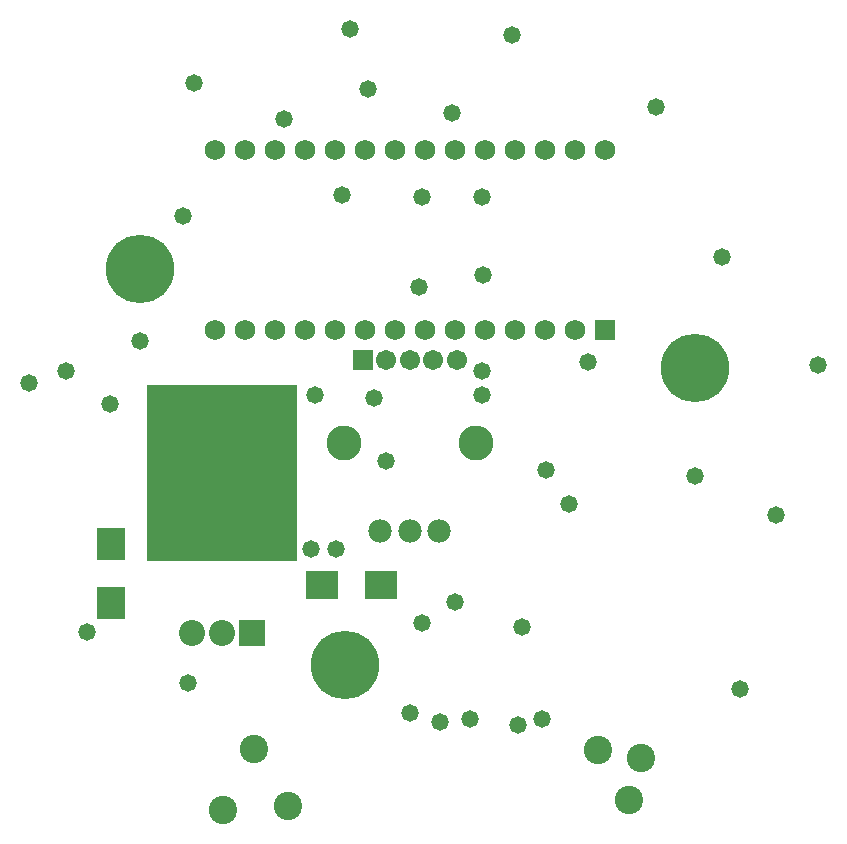
<source format=gbs>
G04 Layer_Color=16711935*
%FSAX44Y44*%
%MOMM*%
G71*
G01*
G75*
%ADD85C,1.9812*%
%ADD86C,1.7032*%
%ADD87R,1.7032X1.7032*%
%ADD88C,2.9532*%
%ADD89C,5.7912*%
%ADD90C,2.4032*%
%ADD91R,1.7272X1.7272*%
%ADD92C,1.7272*%
%ADD93R,2.2032X2.2032*%
%ADD94C,2.2032*%
%ADD95C,1.4732*%
%ADD96R,2.4032X2.8032*%
%ADD97R,2.8032X2.4032*%
%ADD98R,12.7032X14.9532*%
D85*
X00864000Y01068000D02*
D03*
X00889000D02*
D03*
X00914000D02*
D03*
D86*
X00929000Y01213000D02*
D03*
X00909000D02*
D03*
X00889000D02*
D03*
X00869000D02*
D03*
D87*
X00849000D02*
D03*
D88*
X00945000Y01143000D02*
D03*
X00833000D02*
D03*
D89*
X01130300Y01206500D02*
D03*
X00834390Y00955040D02*
D03*
X00660400Y01290320D02*
D03*
D90*
X01084341Y00875907D02*
D03*
X01074382Y00840483D02*
D03*
X01048258Y00883115D02*
D03*
X00786164Y00835445D02*
D03*
X00730684Y00832288D02*
D03*
X00757016Y00883967D02*
D03*
D91*
X01054100Y01238250D02*
D03*
D92*
X01028700D02*
D03*
X01003300D02*
D03*
X00977900D02*
D03*
X00952500D02*
D03*
X00927100D02*
D03*
X00901700D02*
D03*
X00876300D02*
D03*
X00850900D02*
D03*
X00825500D02*
D03*
X00800100D02*
D03*
X00774700D02*
D03*
X00749300D02*
D03*
X00723900D02*
D03*
Y01390650D02*
D03*
X00749300D02*
D03*
X00774700D02*
D03*
X00800100D02*
D03*
X00825500D02*
D03*
X00850900D02*
D03*
X00876300D02*
D03*
X00901700D02*
D03*
X00927100D02*
D03*
X00952500D02*
D03*
X00977900D02*
D03*
X01003300D02*
D03*
X01028700D02*
D03*
X01054100D02*
D03*
D93*
X00755650Y00981710D02*
D03*
D94*
X00730250D02*
D03*
X00704850D02*
D03*
D95*
X01130300Y01115060D02*
D03*
X00899160Y00990600D02*
D03*
X00889000Y00914400D02*
D03*
X01000760Y00909320D02*
D03*
X01168400Y00934720D02*
D03*
X01198880Y01082040D02*
D03*
X01234440Y01209040D02*
D03*
X01153160Y01300480D02*
D03*
X01097280Y01427480D02*
D03*
X00975360Y01488440D02*
D03*
X00838200Y01493520D02*
D03*
X00706120Y01447800D02*
D03*
X00782320Y01417320D02*
D03*
X00853440Y01442720D02*
D03*
X00949960Y01351280D02*
D03*
X00899160D02*
D03*
X00701040Y00939800D02*
D03*
X00949960Y01203960D02*
D03*
Y01183640D02*
D03*
X00939800Y00909320D02*
D03*
X00980440Y00904240D02*
D03*
X00927100Y01008380D02*
D03*
X00826770Y01052830D02*
D03*
X00660400Y01229360D02*
D03*
X00808990Y01183640D02*
D03*
X00858520Y01181100D02*
D03*
X00868680Y01127760D02*
D03*
X00896620Y01275080D02*
D03*
X00951230Y01285240D02*
D03*
X00615731Y00982760D02*
D03*
X00598170Y01203960D02*
D03*
X00697230Y01334770D02*
D03*
X01023590Y01090900D02*
D03*
X01004570Y01120140D02*
D03*
X01040130Y01211580D02*
D03*
X00805180Y01052830D02*
D03*
X00831850Y01352550D02*
D03*
X00914400Y00906780D02*
D03*
X00984250Y00986790D02*
D03*
X00924560Y01422400D02*
D03*
X00566420Y01193800D02*
D03*
X00635000Y01176020D02*
D03*
D96*
X00636270Y01007510D02*
D03*
Y01057510D02*
D03*
D97*
X00814470Y01022350D02*
D03*
X00864470D02*
D03*
D98*
X00730250Y01117460D02*
D03*
M02*

</source>
